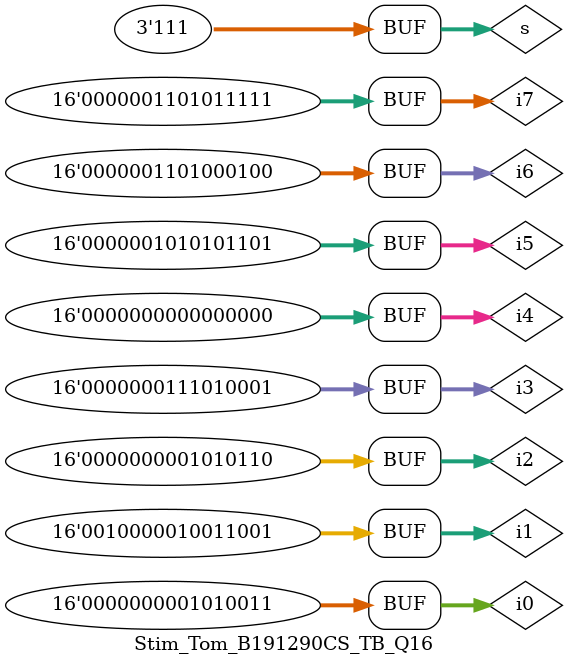
<source format=v>
module NotGate(a,b) ;   

output b ;
input a ;

nand(b,a,a) ;

endmodule 

module AndGate(a,b,c) ;  

output c ;
input a,b ;
wire x ;

nand(x,a,b);
nand(c,x,x) ;

endmodule 

module OrGate(a,b,c) ; 

output c ;
input a,b ;
wire x,y ;

nand(x,a,a) ;
nand(y,b,b) ;
nand(c,x,y) ;

endmodule 

module Mux2x1(a,b,s,c) ;  

output c ;
input a,b,s ;
wire x,y,z ;

NotGate NG_1(s,z );
AndGate AG_1(a,z,x) ;
AndGate AG_2(b,s,y) ;
OrGate OG_1(x,y,c) ;

endmodule 

module Mux4x1(i0,i1,i2,i3,s1,s0,o) ;

output o ;
input i0,i1,i2,i3 ;
input s1,s0;
wire x,y ;

Mux2x1 M_1(i0,i1,s1,x);
Mux2x1 M_2(i2,i3,s1,y) ;
Mux2x1 M_3(x,y,s0,o) ;

endmodule

module Mux4x1_16(i0,i1,i2,i3,s,o) ;

output [15:0] o ;
input [15:0] i0,i1,i2,i3 ;
input [1:0] s ;

Mux4x1 M[15:0](i0,i1,i2,i3,s[0],s[1],o) ;

endmodule

module Mux8x1(i1,i2,i3,i4,i5,i6,i7,i8,s0,s1,s2,o) ;

output o ;
input i1,i2,i3,i4,i5,i6,i7,i8 ;
input s2,s1,s0 ;
wire x,y ;

Mux4x1 M1(i1,i2,i3,i4,s0,s1,x) ;
Mux4x1 M2(i5,i6,i7,i8,s0,s1,y) ;
Mux2x1 M3(x,y,s2,o) ;

endmodule 

module Mux8x1_16(i1,i2,i3,i4,i5,i6,i7,i8,s,o) ;

output [15:0] o ;
input [15:0] i1,i2,i3,i4,i5,i6,i7,i8 ;
input [2:0] s ;

Mux8x1 M[15:0](i1,i2,i3,i4,i5,i6,i7,i8,s[0],s[1],s[2],o) ;

endmodule

module Stim_Tom_B191290CS_TB_Q16 ;

wire [15:0] o ;
reg [15:0] i0,i1,i2,i3,i4,i5,i6,i7 ;
reg [2:0] s ;

Mux8x1_16 M(i0,i1,i2,i3,i4,i5,i6,i7,s,o) ;

initial
begin
i0 = 6234 ; i1 = 725; i2 =7524 ; i3 = 5734 ; i4 = 8354; i5 = 28457; i6 = 2458; i7 = 2547;
s = 0 ; #100 ; s = 1 ; #100 ; s = 2 ; #100 ; s = 3 ; #100 ;
s = 4 ; #100 ; s = 5 ; #100 ; s = 6 ; #100 ; s = 7 ; #100 ;
i0 = 384; i1 = 398; i2 = 9337; i3 = 9353;  i4 = 2457; i5 = 8542; i6 = 3659; i7 = 2854 ;
s = 0 ; #100 ; s = 1 ; #100 ; s = 2 ; #100 ; s = 3 ; #100 ;
s = 4 ; #100 ; s = 5 ; #100 ; s = 6 ; #100 ; s = 7 ; #100 ;
i0 = 65535 ; i1 = 274 ; i2 = 8224 ; i3 = 2457 ;  i4 = 953; i5 = 356; i6 = 82; i7 = 2485;
s = 0 ; #100 ; s = 1 ; #100 ; s = 2 ; #100 ; s = 3 ; #100 ;
s = 4 ; #100 ; s = 5 ; #100 ; s = 6 ; #100 ; s = 7 ; #100 ;
i0 = 136; i1 = 8564; i2 = 24377 ; i3 = 3548 ;  i4 = 428; i5 = 953; i6 = 9336 ; i7 = 524 ;
s = 0 ; #100 ; s = 1 ; #100 ; s = 2 ; #100 ; s = 3 ; #100 ;
s = 4 ; #100 ; s = 5 ; #100 ; s = 6 ; #100 ; s = 7 ; #100 ;
i0 = 5483 ; i1 = 3485 ; i2 = 3658; i3 = 3659 ;  i4 = 572 ; i5 = 54287 ; i6 = 8542 ; i7 = 57  ;
s = 0 ; #100 ; s = 1 ; #100 ; s = 2 ; #100 ; s = 3 ; #100 ;
s = 4 ; #100 ; s = 5 ; #100 ; s = 6 ; #100 ; s = 7 ; #100 ;
i0 = 9; i1 = 39539; i2 = 54; i3 = 4845;  i4 = 4258 ; i5 = 175 ; i6 = 35487 ; i7 = 287;
s = 0 ; #100 ; s = 1 ; #100 ; s = 2 ; #100 ; s = 3 ; #100 ;
s = 4 ; #100 ; s = 5 ; #100 ; s = 6 ; #100 ; s = 7 ; #100 ;
i0 = 54; i1 = 4607; i2 = 40; i3 = 749;  i4 = 248 ; i5 = 5482 ; i6 = 8642 ; i7 = 9333 ;
s = 0 ; #100 ; s = 1 ; #100 ; s = 2 ; #100 ; s = 3 ; #100 ;
s = 4 ; #100 ; s = 5 ; #100 ; s = 6 ; #100 ; s = 7 ; #100 ;
i0 = 46; i1 = 9; i2 = 4; i3 = 4076;  i4 = 2458 ; i5 = 5724 ; i6 = 2548 ; i7 = 9635 ;
s = 0 ; #100 ; s = 1 ; #100 ; s = 2 ; #100 ; s = 3 ; #100 ;
s = 4 ; #100 ; s = 5 ; #100 ; s = 6 ; #100 ; s = 7 ; #100 ;
i0 = 40; i1 = 459; i2 = 55875; i3 = 3856; i4 = 3648 ; i5 = 836 ; i6 = 39 ; i7 = 0 ;
s = 0 ; #100 ; s = 1 ; #100 ; s = 2 ; #100 ; s = 3 ; #100 ;
s = 4 ; #100 ; s = 5 ; #100 ; s = 6 ; #100 ; s = 7 ; #100 ;
i0 = 83; i1 = 8345; i2 = 86; i3 = 465;  i4 = 0  ; i5 = 685 ; i6 = 836 ; i7 = 863  ;
s = 0 ; #100 ; s = 1 ; #100 ; s = 2 ; #100 ; s = 3 ; #100 ;
s = 4 ; #100 ; s = 5 ; #100 ; s = 6 ; #100 ; s = 7 ; #100 ;
end

endmodule 

</source>
